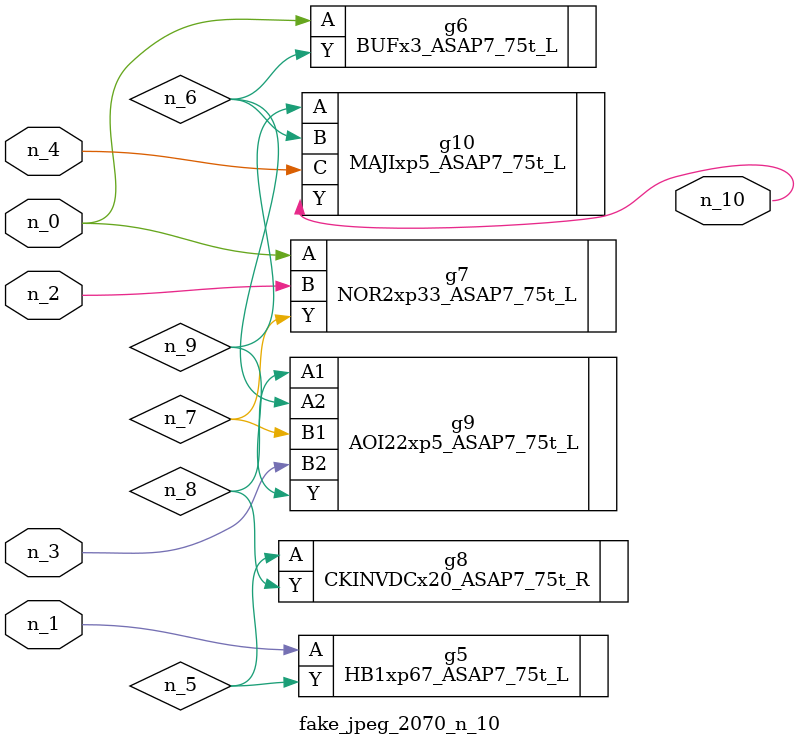
<source format=v>
module fake_jpeg_2070_n_10 (n_3, n_2, n_1, n_0, n_4, n_10);

input n_3;
input n_2;
input n_1;
input n_0;
input n_4;

output n_10;

wire n_8;
wire n_9;
wire n_6;
wire n_5;
wire n_7;

HB1xp67_ASAP7_75t_L g5 ( 
.A(n_1),
.Y(n_5)
);

BUFx3_ASAP7_75t_L g6 ( 
.A(n_0),
.Y(n_6)
);

NOR2xp33_ASAP7_75t_L g7 ( 
.A(n_0),
.B(n_2),
.Y(n_7)
);

CKINVDCx20_ASAP7_75t_R g8 ( 
.A(n_5),
.Y(n_8)
);

AOI22xp5_ASAP7_75t_L g9 ( 
.A1(n_8),
.A2(n_6),
.B1(n_7),
.B2(n_3),
.Y(n_9)
);

MAJIxp5_ASAP7_75t_L g10 ( 
.A(n_9),
.B(n_6),
.C(n_4),
.Y(n_10)
);


endmodule
</source>
